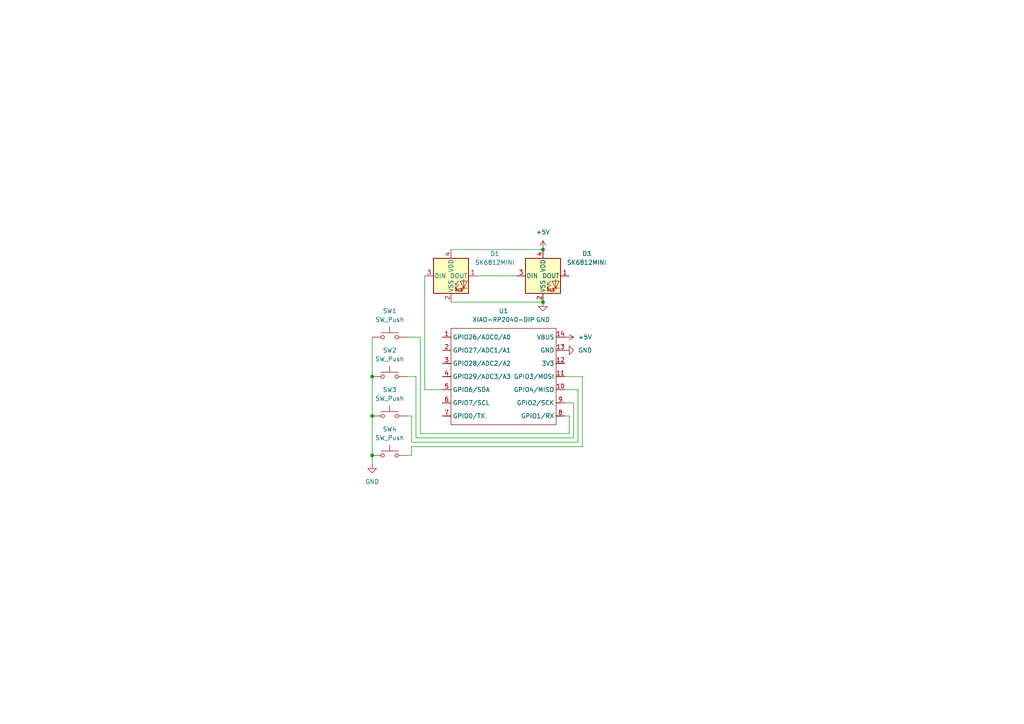
<source format=kicad_sch>
(kicad_sch
	(version 20250114)
	(generator "eeschema")
	(generator_version "9.0")
	(uuid "5973f146-65a1-49a7-9d2f-541db4258042")
	(paper "A4")
	(lib_symbols
		(symbol "LED:SK6812MINI"
			(pin_names
				(offset 0.254)
			)
			(exclude_from_sim no)
			(in_bom yes)
			(on_board yes)
			(property "Reference" "D"
				(at 5.08 5.715 0)
				(effects
					(font
						(size 1.27 1.27)
					)
					(justify right bottom)
				)
			)
			(property "Value" "SK6812MINI"
				(at 1.27 -5.715 0)
				(effects
					(font
						(size 1.27 1.27)
					)
					(justify left top)
				)
			)
			(property "Footprint" "LED_SMD:LED_SK6812MINI_PLCC4_3.5x3.5mm_P1.75mm"
				(at 1.27 -7.62 0)
				(effects
					(font
						(size 1.27 1.27)
					)
					(justify left top)
					(hide yes)
				)
			)
			(property "Datasheet" "https://cdn-shop.adafruit.com/product-files/2686/SK6812MINI_REV.01-1-2.pdf"
				(at 2.54 -9.525 0)
				(effects
					(font
						(size 1.27 1.27)
					)
					(justify left top)
					(hide yes)
				)
			)
			(property "Description" "RGB LED with integrated controller"
				(at 0 0 0)
				(effects
					(font
						(size 1.27 1.27)
					)
					(hide yes)
				)
			)
			(property "ki_keywords" "RGB LED NeoPixel Mini addressable"
				(at 0 0 0)
				(effects
					(font
						(size 1.27 1.27)
					)
					(hide yes)
				)
			)
			(property "ki_fp_filters" "LED*SK6812MINI*PLCC*3.5x3.5mm*P1.75mm*"
				(at 0 0 0)
				(effects
					(font
						(size 1.27 1.27)
					)
					(hide yes)
				)
			)
			(symbol "SK6812MINI_0_0"
				(text "RGB"
					(at 2.286 -4.191 0)
					(effects
						(font
							(size 0.762 0.762)
						)
					)
				)
			)
			(symbol "SK6812MINI_0_1"
				(polyline
					(pts
						(xy 1.27 -2.54) (xy 1.778 -2.54)
					)
					(stroke
						(width 0)
						(type default)
					)
					(fill
						(type none)
					)
				)
				(polyline
					(pts
						(xy 1.27 -3.556) (xy 1.778 -3.556)
					)
					(stroke
						(width 0)
						(type default)
					)
					(fill
						(type none)
					)
				)
				(polyline
					(pts
						(xy 2.286 -1.524) (xy 1.27 -2.54) (xy 1.27 -2.032)
					)
					(stroke
						(width 0)
						(type default)
					)
					(fill
						(type none)
					)
				)
				(polyline
					(pts
						(xy 2.286 -2.54) (xy 1.27 -3.556) (xy 1.27 -3.048)
					)
					(stroke
						(width 0)
						(type default)
					)
					(fill
						(type none)
					)
				)
				(polyline
					(pts
						(xy 3.683 -1.016) (xy 3.683 -3.556) (xy 3.683 -4.064)
					)
					(stroke
						(width 0)
						(type default)
					)
					(fill
						(type none)
					)
				)
				(polyline
					(pts
						(xy 4.699 -1.524) (xy 2.667 -1.524) (xy 3.683 -3.556) (xy 4.699 -1.524)
					)
					(stroke
						(width 0)
						(type default)
					)
					(fill
						(type none)
					)
				)
				(polyline
					(pts
						(xy 4.699 -3.556) (xy 2.667 -3.556)
					)
					(stroke
						(width 0)
						(type default)
					)
					(fill
						(type none)
					)
				)
				(rectangle
					(start 5.08 5.08)
					(end -5.08 -5.08)
					(stroke
						(width 0.254)
						(type default)
					)
					(fill
						(type background)
					)
				)
			)
			(symbol "SK6812MINI_1_1"
				(pin input line
					(at -7.62 0 0)
					(length 2.54)
					(name "DIN"
						(effects
							(font
								(size 1.27 1.27)
							)
						)
					)
					(number "3"
						(effects
							(font
								(size 1.27 1.27)
							)
						)
					)
				)
				(pin power_in line
					(at 0 7.62 270)
					(length 2.54)
					(name "VDD"
						(effects
							(font
								(size 1.27 1.27)
							)
						)
					)
					(number "4"
						(effects
							(font
								(size 1.27 1.27)
							)
						)
					)
				)
				(pin power_in line
					(at 0 -7.62 90)
					(length 2.54)
					(name "VSS"
						(effects
							(font
								(size 1.27 1.27)
							)
						)
					)
					(number "2"
						(effects
							(font
								(size 1.27 1.27)
							)
						)
					)
				)
				(pin output line
					(at 7.62 0 180)
					(length 2.54)
					(name "DOUT"
						(effects
							(font
								(size 1.27 1.27)
							)
						)
					)
					(number "1"
						(effects
							(font
								(size 1.27 1.27)
							)
						)
					)
				)
			)
			(embedded_fonts no)
		)
		(symbol "OPL:XIAO-RP2040-DIP"
			(exclude_from_sim no)
			(in_bom yes)
			(on_board yes)
			(property "Reference" "U"
				(at 0 0 0)
				(effects
					(font
						(size 1.27 1.27)
					)
				)
			)
			(property "Value" "XIAO-RP2040-DIP"
				(at 5.334 -1.778 0)
				(effects
					(font
						(size 1.27 1.27)
					)
				)
			)
			(property "Footprint" "Module:MOUDLE14P-XIAO-DIP-SMD"
				(at 14.478 -32.258 0)
				(effects
					(font
						(size 1.27 1.27)
					)
					(hide yes)
				)
			)
			(property "Datasheet" ""
				(at 0 0 0)
				(effects
					(font
						(size 1.27 1.27)
					)
					(hide yes)
				)
			)
			(property "Description" ""
				(at 0 0 0)
				(effects
					(font
						(size 1.27 1.27)
					)
					(hide yes)
				)
			)
			(symbol "XIAO-RP2040-DIP_1_0"
				(polyline
					(pts
						(xy -1.27 -2.54) (xy 29.21 -2.54)
					)
					(stroke
						(width 0.1524)
						(type solid)
					)
					(fill
						(type none)
					)
				)
				(polyline
					(pts
						(xy -1.27 -5.08) (xy -2.54 -5.08)
					)
					(stroke
						(width 0.1524)
						(type solid)
					)
					(fill
						(type none)
					)
				)
				(polyline
					(pts
						(xy -1.27 -5.08) (xy -1.27 -2.54)
					)
					(stroke
						(width 0.1524)
						(type solid)
					)
					(fill
						(type none)
					)
				)
				(polyline
					(pts
						(xy -1.27 -8.89) (xy -2.54 -8.89)
					)
					(stroke
						(width 0.1524)
						(type solid)
					)
					(fill
						(type none)
					)
				)
				(polyline
					(pts
						(xy -1.27 -8.89) (xy -1.27 -5.08)
					)
					(stroke
						(width 0.1524)
						(type solid)
					)
					(fill
						(type none)
					)
				)
				(polyline
					(pts
						(xy -1.27 -12.7) (xy -2.54 -12.7)
					)
					(stroke
						(width 0.1524)
						(type solid)
					)
					(fill
						(type none)
					)
				)
				(polyline
					(pts
						(xy -1.27 -12.7) (xy -1.27 -8.89)
					)
					(stroke
						(width 0.1524)
						(type solid)
					)
					(fill
						(type none)
					)
				)
				(polyline
					(pts
						(xy -1.27 -16.51) (xy -2.54 -16.51)
					)
					(stroke
						(width 0.1524)
						(type solid)
					)
					(fill
						(type none)
					)
				)
				(polyline
					(pts
						(xy -1.27 -16.51) (xy -1.27 -12.7)
					)
					(stroke
						(width 0.1524)
						(type solid)
					)
					(fill
						(type none)
					)
				)
				(polyline
					(pts
						(xy -1.27 -20.32) (xy -2.54 -20.32)
					)
					(stroke
						(width 0.1524)
						(type solid)
					)
					(fill
						(type none)
					)
				)
				(polyline
					(pts
						(xy -1.27 -24.13) (xy -2.54 -24.13)
					)
					(stroke
						(width 0.1524)
						(type solid)
					)
					(fill
						(type none)
					)
				)
				(polyline
					(pts
						(xy -1.27 -27.94) (xy -2.54 -27.94)
					)
					(stroke
						(width 0.1524)
						(type solid)
					)
					(fill
						(type none)
					)
				)
				(polyline
					(pts
						(xy -1.27 -30.48) (xy -1.27 -16.51)
					)
					(stroke
						(width 0.1524)
						(type solid)
					)
					(fill
						(type none)
					)
				)
				(polyline
					(pts
						(xy 29.21 -2.54) (xy 29.21 -5.08)
					)
					(stroke
						(width 0.1524)
						(type solid)
					)
					(fill
						(type none)
					)
				)
				(polyline
					(pts
						(xy 29.21 -5.08) (xy 29.21 -8.89)
					)
					(stroke
						(width 0.1524)
						(type solid)
					)
					(fill
						(type none)
					)
				)
				(polyline
					(pts
						(xy 29.21 -8.89) (xy 29.21 -12.7)
					)
					(stroke
						(width 0.1524)
						(type solid)
					)
					(fill
						(type none)
					)
				)
				(polyline
					(pts
						(xy 29.21 -12.7) (xy 29.21 -30.48)
					)
					(stroke
						(width 0.1524)
						(type solid)
					)
					(fill
						(type none)
					)
				)
				(polyline
					(pts
						(xy 29.21 -30.48) (xy -1.27 -30.48)
					)
					(stroke
						(width 0.1524)
						(type solid)
					)
					(fill
						(type none)
					)
				)
				(polyline
					(pts
						(xy 30.48 -5.08) (xy 29.21 -5.08)
					)
					(stroke
						(width 0.1524)
						(type solid)
					)
					(fill
						(type none)
					)
				)
				(polyline
					(pts
						(xy 30.48 -8.89) (xy 29.21 -8.89)
					)
					(stroke
						(width 0.1524)
						(type solid)
					)
					(fill
						(type none)
					)
				)
				(polyline
					(pts
						(xy 30.48 -12.7) (xy 29.21 -12.7)
					)
					(stroke
						(width 0.1524)
						(type solid)
					)
					(fill
						(type none)
					)
				)
				(polyline
					(pts
						(xy 30.48 -16.51) (xy 29.21 -16.51)
					)
					(stroke
						(width 0.1524)
						(type solid)
					)
					(fill
						(type none)
					)
				)
				(polyline
					(pts
						(xy 30.48 -20.32) (xy 29.21 -20.32)
					)
					(stroke
						(width 0.1524)
						(type solid)
					)
					(fill
						(type none)
					)
				)
				(polyline
					(pts
						(xy 30.48 -24.13) (xy 29.21 -24.13)
					)
					(stroke
						(width 0.1524)
						(type solid)
					)
					(fill
						(type none)
					)
				)
				(polyline
					(pts
						(xy 30.48 -27.94) (xy 29.21 -27.94)
					)
					(stroke
						(width 0.1524)
						(type solid)
					)
					(fill
						(type none)
					)
				)
				(pin passive line
					(at -3.81 -5.08 0)
					(length 2.54)
					(name "GPIO26/ADC0/A0"
						(effects
							(font
								(size 1.27 1.27)
							)
						)
					)
					(number "1"
						(effects
							(font
								(size 1.27 1.27)
							)
						)
					)
				)
				(pin passive line
					(at -3.81 -8.89 0)
					(length 2.54)
					(name "GPIO27/ADC1/A1"
						(effects
							(font
								(size 1.27 1.27)
							)
						)
					)
					(number "2"
						(effects
							(font
								(size 1.27 1.27)
							)
						)
					)
				)
				(pin passive line
					(at -3.81 -12.7 0)
					(length 2.54)
					(name "GPIO28/ADC2/A2"
						(effects
							(font
								(size 1.27 1.27)
							)
						)
					)
					(number "3"
						(effects
							(font
								(size 1.27 1.27)
							)
						)
					)
				)
				(pin passive line
					(at -3.81 -16.51 0)
					(length 2.54)
					(name "GPIO29/ADC3/A3"
						(effects
							(font
								(size 1.27 1.27)
							)
						)
					)
					(number "4"
						(effects
							(font
								(size 1.27 1.27)
							)
						)
					)
				)
				(pin passive line
					(at -3.81 -20.32 0)
					(length 2.54)
					(name "GPIO6/SDA"
						(effects
							(font
								(size 1.27 1.27)
							)
						)
					)
					(number "5"
						(effects
							(font
								(size 1.27 1.27)
							)
						)
					)
				)
				(pin passive line
					(at -3.81 -24.13 0)
					(length 2.54)
					(name "GPIO7/SCL"
						(effects
							(font
								(size 1.27 1.27)
							)
						)
					)
					(number "6"
						(effects
							(font
								(size 1.27 1.27)
							)
						)
					)
				)
				(pin passive line
					(at -3.81 -27.94 0)
					(length 2.54)
					(name "GPIO0/TX"
						(effects
							(font
								(size 1.27 1.27)
							)
						)
					)
					(number "7"
						(effects
							(font
								(size 1.27 1.27)
							)
						)
					)
				)
				(pin passive line
					(at 31.75 -5.08 180)
					(length 2.54)
					(name "VBUS"
						(effects
							(font
								(size 1.27 1.27)
							)
						)
					)
					(number "14"
						(effects
							(font
								(size 1.27 1.27)
							)
						)
					)
				)
				(pin passive line
					(at 31.75 -8.89 180)
					(length 2.54)
					(name "GND"
						(effects
							(font
								(size 1.27 1.27)
							)
						)
					)
					(number "13"
						(effects
							(font
								(size 1.27 1.27)
							)
						)
					)
				)
				(pin passive line
					(at 31.75 -12.7 180)
					(length 2.54)
					(name "3V3"
						(effects
							(font
								(size 1.27 1.27)
							)
						)
					)
					(number "12"
						(effects
							(font
								(size 1.27 1.27)
							)
						)
					)
				)
				(pin passive line
					(at 31.75 -16.51 180)
					(length 2.54)
					(name "GPIO3/MOSI"
						(effects
							(font
								(size 1.27 1.27)
							)
						)
					)
					(number "11"
						(effects
							(font
								(size 1.27 1.27)
							)
						)
					)
				)
				(pin passive line
					(at 31.75 -20.32 180)
					(length 2.54)
					(name "GPIO4/MISO"
						(effects
							(font
								(size 1.27 1.27)
							)
						)
					)
					(number "10"
						(effects
							(font
								(size 1.27 1.27)
							)
						)
					)
				)
				(pin passive line
					(at 31.75 -24.13 180)
					(length 2.54)
					(name "GPIO2/SCK"
						(effects
							(font
								(size 1.27 1.27)
							)
						)
					)
					(number "9"
						(effects
							(font
								(size 1.27 1.27)
							)
						)
					)
				)
				(pin passive line
					(at 31.75 -27.94 180)
					(length 2.54)
					(name "GPIO1/RX"
						(effects
							(font
								(size 1.27 1.27)
							)
						)
					)
					(number "8"
						(effects
							(font
								(size 1.27 1.27)
							)
						)
					)
				)
			)
			(embedded_fonts no)
		)
		(symbol "Switch:SW_Push"
			(pin_numbers
				(hide yes)
			)
			(pin_names
				(offset 1.016)
				(hide yes)
			)
			(exclude_from_sim no)
			(in_bom yes)
			(on_board yes)
			(property "Reference" "SW"
				(at 1.27 2.54 0)
				(effects
					(font
						(size 1.27 1.27)
					)
					(justify left)
				)
			)
			(property "Value" "SW_Push"
				(at 0 -1.524 0)
				(effects
					(font
						(size 1.27 1.27)
					)
				)
			)
			(property "Footprint" ""
				(at 0 5.08 0)
				(effects
					(font
						(size 1.27 1.27)
					)
					(hide yes)
				)
			)
			(property "Datasheet" "~"
				(at 0 5.08 0)
				(effects
					(font
						(size 1.27 1.27)
					)
					(hide yes)
				)
			)
			(property "Description" "Push button switch, generic, two pins"
				(at 0 0 0)
				(effects
					(font
						(size 1.27 1.27)
					)
					(hide yes)
				)
			)
			(property "ki_keywords" "switch normally-open pushbutton push-button"
				(at 0 0 0)
				(effects
					(font
						(size 1.27 1.27)
					)
					(hide yes)
				)
			)
			(symbol "SW_Push_0_1"
				(circle
					(center -2.032 0)
					(radius 0.508)
					(stroke
						(width 0)
						(type default)
					)
					(fill
						(type none)
					)
				)
				(polyline
					(pts
						(xy 0 1.27) (xy 0 3.048)
					)
					(stroke
						(width 0)
						(type default)
					)
					(fill
						(type none)
					)
				)
				(circle
					(center 2.032 0)
					(radius 0.508)
					(stroke
						(width 0)
						(type default)
					)
					(fill
						(type none)
					)
				)
				(polyline
					(pts
						(xy 2.54 1.27) (xy -2.54 1.27)
					)
					(stroke
						(width 0)
						(type default)
					)
					(fill
						(type none)
					)
				)
				(pin passive line
					(at -5.08 0 0)
					(length 2.54)
					(name "1"
						(effects
							(font
								(size 1.27 1.27)
							)
						)
					)
					(number "1"
						(effects
							(font
								(size 1.27 1.27)
							)
						)
					)
				)
				(pin passive line
					(at 5.08 0 180)
					(length 2.54)
					(name "2"
						(effects
							(font
								(size 1.27 1.27)
							)
						)
					)
					(number "2"
						(effects
							(font
								(size 1.27 1.27)
							)
						)
					)
				)
			)
			(embedded_fonts no)
		)
		(symbol "power:+5V"
			(power)
			(pin_numbers
				(hide yes)
			)
			(pin_names
				(offset 0)
				(hide yes)
			)
			(exclude_from_sim no)
			(in_bom yes)
			(on_board yes)
			(property "Reference" "#PWR"
				(at 0 -3.81 0)
				(effects
					(font
						(size 1.27 1.27)
					)
					(hide yes)
				)
			)
			(property "Value" "+5V"
				(at 0 3.556 0)
				(effects
					(font
						(size 1.27 1.27)
					)
				)
			)
			(property "Footprint" ""
				(at 0 0 0)
				(effects
					(font
						(size 1.27 1.27)
					)
					(hide yes)
				)
			)
			(property "Datasheet" ""
				(at 0 0 0)
				(effects
					(font
						(size 1.27 1.27)
					)
					(hide yes)
				)
			)
			(property "Description" "Power symbol creates a global label with name \"+5V\""
				(at 0 0 0)
				(effects
					(font
						(size 1.27 1.27)
					)
					(hide yes)
				)
			)
			(property "ki_keywords" "global power"
				(at 0 0 0)
				(effects
					(font
						(size 1.27 1.27)
					)
					(hide yes)
				)
			)
			(symbol "+5V_0_1"
				(polyline
					(pts
						(xy -0.762 1.27) (xy 0 2.54)
					)
					(stroke
						(width 0)
						(type default)
					)
					(fill
						(type none)
					)
				)
				(polyline
					(pts
						(xy 0 2.54) (xy 0.762 1.27)
					)
					(stroke
						(width 0)
						(type default)
					)
					(fill
						(type none)
					)
				)
				(polyline
					(pts
						(xy 0 0) (xy 0 2.54)
					)
					(stroke
						(width 0)
						(type default)
					)
					(fill
						(type none)
					)
				)
			)
			(symbol "+5V_1_1"
				(pin power_in line
					(at 0 0 90)
					(length 0)
					(name "~"
						(effects
							(font
								(size 1.27 1.27)
							)
						)
					)
					(number "1"
						(effects
							(font
								(size 1.27 1.27)
							)
						)
					)
				)
			)
			(embedded_fonts no)
		)
		(symbol "power:GND"
			(power)
			(pin_numbers
				(hide yes)
			)
			(pin_names
				(offset 0)
				(hide yes)
			)
			(exclude_from_sim no)
			(in_bom yes)
			(on_board yes)
			(property "Reference" "#PWR"
				(at 0 -6.35 0)
				(effects
					(font
						(size 1.27 1.27)
					)
					(hide yes)
				)
			)
			(property "Value" "GND"
				(at 0 -3.81 0)
				(effects
					(font
						(size 1.27 1.27)
					)
				)
			)
			(property "Footprint" ""
				(at 0 0 0)
				(effects
					(font
						(size 1.27 1.27)
					)
					(hide yes)
				)
			)
			(property "Datasheet" ""
				(at 0 0 0)
				(effects
					(font
						(size 1.27 1.27)
					)
					(hide yes)
				)
			)
			(property "Description" "Power symbol creates a global label with name \"GND\" , ground"
				(at 0 0 0)
				(effects
					(font
						(size 1.27 1.27)
					)
					(hide yes)
				)
			)
			(property "ki_keywords" "global power"
				(at 0 0 0)
				(effects
					(font
						(size 1.27 1.27)
					)
					(hide yes)
				)
			)
			(symbol "GND_0_1"
				(polyline
					(pts
						(xy 0 0) (xy 0 -1.27) (xy 1.27 -1.27) (xy 0 -2.54) (xy -1.27 -1.27) (xy 0 -1.27)
					)
					(stroke
						(width 0)
						(type default)
					)
					(fill
						(type none)
					)
				)
			)
			(symbol "GND_1_1"
				(pin power_in line
					(at 0 0 270)
					(length 0)
					(name "~"
						(effects
							(font
								(size 1.27 1.27)
							)
						)
					)
					(number "1"
						(effects
							(font
								(size 1.27 1.27)
							)
						)
					)
				)
			)
			(embedded_fonts no)
		)
	)
	(junction
		(at 157.48 87.63)
		(diameter 0)
		(color 0 0 0 0)
		(uuid "1a7856f2-7332-4972-9fc1-470f6e96c413")
	)
	(junction
		(at 107.95 109.22)
		(diameter 0)
		(color 0 0 0 0)
		(uuid "3f964b77-eabb-4a43-86f9-a80a0f49ab8a")
	)
	(junction
		(at 157.48 72.39)
		(diameter 0)
		(color 0 0 0 0)
		(uuid "5825e55a-5c8a-4bb3-a63f-5e75084131ad")
	)
	(junction
		(at 107.95 132.08)
		(diameter 0)
		(color 0 0 0 0)
		(uuid "b2cda06e-b159-455e-bf94-2c98e3520d35")
	)
	(junction
		(at 107.95 120.65)
		(diameter 0)
		(color 0 0 0 0)
		(uuid "ca526410-7195-4810-9117-8c78bf33a93c")
	)
	(wire
		(pts
			(xy 118.11 97.79) (xy 121.92 97.79)
		)
		(stroke
			(width 0)
			(type default)
		)
		(uuid "017286d2-1709-49d5-8bba-264583504420")
	)
	(wire
		(pts
			(xy 167.64 128.27) (xy 119.38 128.27)
		)
		(stroke
			(width 0)
			(type default)
		)
		(uuid "18897929-c957-41ab-993d-d49ac8d60686")
	)
	(wire
		(pts
			(xy 123.19 80.01) (xy 123.19 113.03)
		)
		(stroke
			(width 0)
			(type default)
		)
		(uuid "1978112e-ad9a-4f03-a880-c1d176490b43")
	)
	(wire
		(pts
			(xy 119.38 132.08) (xy 118.11 132.08)
		)
		(stroke
			(width 0)
			(type default)
		)
		(uuid "215ca878-b648-430a-b20c-71860b547b65")
	)
	(wire
		(pts
			(xy 120.65 127) (xy 120.65 109.22)
		)
		(stroke
			(width 0)
			(type default)
		)
		(uuid "24f9942a-4fa9-4305-a955-cc6960e2df85")
	)
	(wire
		(pts
			(xy 165.1 125.73) (xy 121.92 125.73)
		)
		(stroke
			(width 0)
			(type default)
		)
		(uuid "28682653-94d0-4306-b0b7-e214c12e040e")
	)
	(wire
		(pts
			(xy 119.38 128.27) (xy 119.38 120.65)
		)
		(stroke
			(width 0)
			(type default)
		)
		(uuid "2cf84cbb-d55a-429b-aa6f-5f2891f166c5")
	)
	(wire
		(pts
			(xy 107.95 120.65) (xy 107.95 132.08)
		)
		(stroke
			(width 0)
			(type default)
		)
		(uuid "2f5cb5d6-238f-47f5-af60-372e4f4341a0")
	)
	(wire
		(pts
			(xy 107.95 132.08) (xy 107.95 134.62)
		)
		(stroke
			(width 0)
			(type default)
		)
		(uuid "328c5bf4-37fe-44b4-af0a-831949aecd00")
	)
	(wire
		(pts
			(xy 163.83 116.84) (xy 166.37 116.84)
		)
		(stroke
			(width 0)
			(type default)
		)
		(uuid "345352d5-b21c-414e-a2a9-c33b01cbca77")
	)
	(wire
		(pts
			(xy 163.83 113.03) (xy 167.64 113.03)
		)
		(stroke
			(width 0)
			(type default)
		)
		(uuid "5c9dd0aa-b83b-4add-82c9-86554da07f17")
	)
	(wire
		(pts
			(xy 107.95 97.79) (xy 107.95 109.22)
		)
		(stroke
			(width 0)
			(type default)
		)
		(uuid "6cce99ea-caad-42da-a36d-e5cc9d07a8ac")
	)
	(wire
		(pts
			(xy 118.11 109.22) (xy 120.65 109.22)
		)
		(stroke
			(width 0)
			(type default)
		)
		(uuid "722f49ca-120f-48a0-ba8d-a700cf2f0931")
	)
	(wire
		(pts
			(xy 121.92 125.73) (xy 121.92 97.79)
		)
		(stroke
			(width 0)
			(type default)
		)
		(uuid "832ec839-6288-400c-8615-e01711e261ce")
	)
	(wire
		(pts
			(xy 165.1 120.65) (xy 165.1 125.73)
		)
		(stroke
			(width 0)
			(type default)
		)
		(uuid "87ddba79-1031-4007-83d7-bec10311d1b7")
	)
	(wire
		(pts
			(xy 138.43 80.01) (xy 149.86 80.01)
		)
		(stroke
			(width 0)
			(type default)
		)
		(uuid "98c69c27-d5ef-4101-a7fd-89bd75952f13")
	)
	(wire
		(pts
			(xy 168.91 109.22) (xy 168.91 129.54)
		)
		(stroke
			(width 0)
			(type default)
		)
		(uuid "99a02885-9815-4fa1-848f-ea0d8398c4c4")
	)
	(wire
		(pts
			(xy 166.37 127) (xy 120.65 127)
		)
		(stroke
			(width 0)
			(type default)
		)
		(uuid "ac41bf34-ca88-4861-b08b-e71d23eff2b2")
	)
	(wire
		(pts
			(xy 119.38 120.65) (xy 118.11 120.65)
		)
		(stroke
			(width 0)
			(type default)
		)
		(uuid "b0feac23-f1ab-4239-9fff-32f0f81d9f45")
	)
	(wire
		(pts
			(xy 130.81 87.63) (xy 157.48 87.63)
		)
		(stroke
			(width 0)
			(type default)
		)
		(uuid "b1ae40e5-4bde-4b4b-9c44-19c75ae254f3")
	)
	(wire
		(pts
			(xy 163.83 120.65) (xy 165.1 120.65)
		)
		(stroke
			(width 0)
			(type default)
		)
		(uuid "bd4fb86f-02fc-46ba-adae-8b36365c27ed")
	)
	(wire
		(pts
			(xy 168.91 129.54) (xy 119.38 129.54)
		)
		(stroke
			(width 0)
			(type default)
		)
		(uuid "c2f453d6-c3e1-4661-8d61-8198f10f5993")
	)
	(wire
		(pts
			(xy 163.83 109.22) (xy 168.91 109.22)
		)
		(stroke
			(width 0)
			(type default)
		)
		(uuid "cfb84e86-ba64-4566-bbc6-f76147f6a161")
	)
	(wire
		(pts
			(xy 166.37 116.84) (xy 166.37 127)
		)
		(stroke
			(width 0)
			(type default)
		)
		(uuid "e1667a43-188c-4aba-b3dd-0bd6a542aa35")
	)
	(wire
		(pts
			(xy 130.81 72.39) (xy 157.48 72.39)
		)
		(stroke
			(width 0)
			(type default)
		)
		(uuid "eb35e20f-98cf-45d7-b556-43769133b248")
	)
	(wire
		(pts
			(xy 123.19 113.03) (xy 128.27 113.03)
		)
		(stroke
			(width 0)
			(type default)
		)
		(uuid "ec29cc2e-38a3-4288-906a-af3208213067")
	)
	(wire
		(pts
			(xy 119.38 129.54) (xy 119.38 132.08)
		)
		(stroke
			(width 0)
			(type default)
		)
		(uuid "ecf0f8b1-c7af-494f-a772-772e4b34ae6f")
	)
	(wire
		(pts
			(xy 167.64 113.03) (xy 167.64 128.27)
		)
		(stroke
			(width 0)
			(type default)
		)
		(uuid "ede0dcb9-6aad-4edc-802b-850cd106361d")
	)
	(wire
		(pts
			(xy 107.95 109.22) (xy 107.95 120.65)
		)
		(stroke
			(width 0)
			(type default)
		)
		(uuid "eefd3a22-ed17-4fc8-a88e-fac513288844")
	)
	(symbol
		(lib_id "Switch:SW_Push")
		(at 113.03 97.79 0)
		(unit 1)
		(exclude_from_sim no)
		(in_bom yes)
		(on_board yes)
		(dnp no)
		(fields_autoplaced yes)
		(uuid "041404ea-248b-4601-bf34-049685af67da")
		(property "Reference" "SW1"
			(at 113.03 90.17 0)
			(effects
				(font
					(size 1.27 1.27)
				)
			)
		)
		(property "Value" "SW_Push"
			(at 113.03 92.71 0)
			(effects
				(font
					(size 1.27 1.27)
				)
			)
		)
		(property "Footprint" "Button_Switch_Keyboard:SW_Cherry_MX_1.00u_PCB"
			(at 113.03 92.71 0)
			(effects
				(font
					(size 1.27 1.27)
				)
				(hide yes)
			)
		)
		(property "Datasheet" "~"
			(at 113.03 92.71 0)
			(effects
				(font
					(size 1.27 1.27)
				)
				(hide yes)
			)
		)
		(property "Description" "Push button switch, generic, two pins"
			(at 113.03 97.79 0)
			(effects
				(font
					(size 1.27 1.27)
				)
				(hide yes)
			)
		)
		(pin "1"
			(uuid "e05f473f-69f3-4df5-8e22-4d38fe6db6b5")
		)
		(pin "2"
			(uuid "a92d49e5-b551-4505-8969-048a849818e9")
		)
		(instances
			(project ""
				(path "/5973f146-65a1-49a7-9d2f-541db4258042"
					(reference "SW1")
					(unit 1)
				)
			)
		)
	)
	(symbol
		(lib_id "power:+5V")
		(at 157.48 72.39 0)
		(unit 1)
		(exclude_from_sim no)
		(in_bom yes)
		(on_board yes)
		(dnp no)
		(fields_autoplaced yes)
		(uuid "17d65623-5ab6-4c74-b245-a8f96553b74a")
		(property "Reference" "#PWR04"
			(at 157.48 76.2 0)
			(effects
				(font
					(size 1.27 1.27)
				)
				(hide yes)
			)
		)
		(property "Value" "+5V"
			(at 157.48 67.31 0)
			(effects
				(font
					(size 1.27 1.27)
				)
			)
		)
		(property "Footprint" ""
			(at 157.48 72.39 0)
			(effects
				(font
					(size 1.27 1.27)
				)
				(hide yes)
			)
		)
		(property "Datasheet" ""
			(at 157.48 72.39 0)
			(effects
				(font
					(size 1.27 1.27)
				)
				(hide yes)
			)
		)
		(property "Description" "Power symbol creates a global label with name \"+5V\""
			(at 157.48 72.39 0)
			(effects
				(font
					(size 1.27 1.27)
				)
				(hide yes)
			)
		)
		(pin "1"
			(uuid "c61a5694-967d-46de-9dcd-ff6322a74577")
		)
		(instances
			(project ""
				(path "/5973f146-65a1-49a7-9d2f-541db4258042"
					(reference "#PWR04")
					(unit 1)
				)
			)
		)
	)
	(symbol
		(lib_id "Switch:SW_Push")
		(at 113.03 120.65 0)
		(unit 1)
		(exclude_from_sim no)
		(in_bom yes)
		(on_board yes)
		(dnp no)
		(fields_autoplaced yes)
		(uuid "3161b2fe-956e-4d52-a44a-1bcba0c88a93")
		(property "Reference" "SW3"
			(at 113.03 113.03 0)
			(effects
				(font
					(size 1.27 1.27)
				)
			)
		)
		(property "Value" "SW_Push"
			(at 113.03 115.57 0)
			(effects
				(font
					(size 1.27 1.27)
				)
			)
		)
		(property "Footprint" "Button_Switch_Keyboard:SW_Cherry_MX_1.00u_PCB"
			(at 113.03 115.57 0)
			(effects
				(font
					(size 1.27 1.27)
				)
				(hide yes)
			)
		)
		(property "Datasheet" "~"
			(at 113.03 115.57 0)
			(effects
				(font
					(size 1.27 1.27)
				)
				(hide yes)
			)
		)
		(property "Description" "Push button switch, generic, two pins"
			(at 113.03 120.65 0)
			(effects
				(font
					(size 1.27 1.27)
				)
				(hide yes)
			)
		)
		(pin "2"
			(uuid "7f4e3d57-0fcf-4b71-ac7b-bca216e6470e")
		)
		(pin "1"
			(uuid "4fe5ddb0-4114-4b05-818d-e9a65977c172")
		)
		(instances
			(project ""
				(path "/5973f146-65a1-49a7-9d2f-541db4258042"
					(reference "SW3")
					(unit 1)
				)
			)
		)
	)
	(symbol
		(lib_id "power:+5V")
		(at 163.83 97.79 270)
		(unit 1)
		(exclude_from_sim no)
		(in_bom yes)
		(on_board yes)
		(dnp no)
		(fields_autoplaced yes)
		(uuid "37c1c6a5-7a83-44fe-ac2b-97244b58fa57")
		(property "Reference" "#PWR05"
			(at 160.02 97.79 0)
			(effects
				(font
					(size 1.27 1.27)
				)
				(hide yes)
			)
		)
		(property "Value" "+5V"
			(at 167.64 97.7899 90)
			(effects
				(font
					(size 1.27 1.27)
				)
				(justify left)
			)
		)
		(property "Footprint" ""
			(at 163.83 97.79 0)
			(effects
				(font
					(size 1.27 1.27)
				)
				(hide yes)
			)
		)
		(property "Datasheet" ""
			(at 163.83 97.79 0)
			(effects
				(font
					(size 1.27 1.27)
				)
				(hide yes)
			)
		)
		(property "Description" "Power symbol creates a global label with name \"+5V\""
			(at 163.83 97.79 0)
			(effects
				(font
					(size 1.27 1.27)
				)
				(hide yes)
			)
		)
		(pin "1"
			(uuid "98bac061-d565-4241-a1d6-7568e57b3b15")
		)
		(instances
			(project ""
				(path "/5973f146-65a1-49a7-9d2f-541db4258042"
					(reference "#PWR05")
					(unit 1)
				)
			)
		)
	)
	(symbol
		(lib_id "OPL:XIAO-RP2040-DIP")
		(at 132.08 92.71 0)
		(unit 1)
		(exclude_from_sim no)
		(in_bom yes)
		(on_board yes)
		(dnp no)
		(fields_autoplaced yes)
		(uuid "616c9ebe-d425-47ea-9d25-02caccd48a57")
		(property "Reference" "U1"
			(at 146.05 90.17 0)
			(effects
				(font
					(size 1.27 1.27)
				)
			)
		)
		(property "Value" "XIAO-RP2040-DIP"
			(at 146.05 92.71 0)
			(effects
				(font
					(size 1.27 1.27)
				)
			)
		)
		(property "Footprint" "OPL:XIAO-RP2040-DIP"
			(at 146.558 124.968 0)
			(effects
				(font
					(size 1.27 1.27)
				)
				(hide yes)
			)
		)
		(property "Datasheet" ""
			(at 132.08 92.71 0)
			(effects
				(font
					(size 1.27 1.27)
				)
				(hide yes)
			)
		)
		(property "Description" ""
			(at 132.08 92.71 0)
			(effects
				(font
					(size 1.27 1.27)
				)
				(hide yes)
			)
		)
		(pin "14"
			(uuid "21af6afe-2af6-46cb-b563-89ccfc2e02b1")
		)
		(pin "7"
			(uuid "b8fca7d5-6327-46e0-beb8-20971073146b")
		)
		(pin "11"
			(uuid "65b29d75-3f0d-470a-b1cb-97216b412253")
		)
		(pin "12"
			(uuid "d21a67ed-636c-4e7c-baa1-203ab9a7e787")
		)
		(pin "1"
			(uuid "7f8018c4-1f30-4536-b7bc-8509ac0914ac")
		)
		(pin "13"
			(uuid "b167ff32-61de-4182-9ec8-160fc5ead6b8")
		)
		(pin "10"
			(uuid "345a55ea-9190-4c4d-bac0-ad05f58d2af9")
		)
		(pin "9"
			(uuid "9fac4255-0931-4bfa-81dc-836274d72af5")
		)
		(pin "2"
			(uuid "f28e7c36-344b-4be5-9e19-5de0b2991c56")
		)
		(pin "3"
			(uuid "691bf3d8-9bd4-4772-93d2-9201ca7269e5")
		)
		(pin "4"
			(uuid "97727cf6-6718-4afa-93eb-a3224e6a1d31")
		)
		(pin "5"
			(uuid "71a2cb2d-91d4-455c-9889-c68c665b8f09")
		)
		(pin "6"
			(uuid "d64a43a1-20f2-4bf6-bf12-b34a5f4a869f")
		)
		(pin "8"
			(uuid "479a0571-2ca6-4276-80c7-15d9de6e8dce")
		)
		(instances
			(project ""
				(path "/5973f146-65a1-49a7-9d2f-541db4258042"
					(reference "U1")
					(unit 1)
				)
			)
		)
	)
	(symbol
		(lib_id "Switch:SW_Push")
		(at 113.03 132.08 0)
		(unit 1)
		(exclude_from_sim no)
		(in_bom yes)
		(on_board yes)
		(dnp no)
		(fields_autoplaced yes)
		(uuid "624f53c4-fda0-4e2f-ad57-4b7f164d0232")
		(property "Reference" "SW4"
			(at 113.03 124.46 0)
			(effects
				(font
					(size 1.27 1.27)
				)
			)
		)
		(property "Value" "SW_Push"
			(at 113.03 127 0)
			(effects
				(font
					(size 1.27 1.27)
				)
			)
		)
		(property "Footprint" "Button_Switch_Keyboard:SW_Cherry_MX_1.00u_PCB"
			(at 113.03 127 0)
			(effects
				(font
					(size 1.27 1.27)
				)
				(hide yes)
			)
		)
		(property "Datasheet" "~"
			(at 113.03 127 0)
			(effects
				(font
					(size 1.27 1.27)
				)
				(hide yes)
			)
		)
		(property "Description" "Push button switch, generic, two pins"
			(at 113.03 132.08 0)
			(effects
				(font
					(size 1.27 1.27)
				)
				(hide yes)
			)
		)
		(pin "1"
			(uuid "2393147c-d015-4164-8801-618c4411ab14")
		)
		(pin "2"
			(uuid "65be24d6-6087-454d-9763-a59ac61b7a2f")
		)
		(instances
			(project ""
				(path "/5973f146-65a1-49a7-9d2f-541db4258042"
					(reference "SW4")
					(unit 1)
				)
			)
		)
	)
	(symbol
		(lib_id "LED:SK6812MINI")
		(at 130.81 80.01 0)
		(unit 1)
		(exclude_from_sim no)
		(in_bom yes)
		(on_board yes)
		(dnp no)
		(fields_autoplaced yes)
		(uuid "64fc0909-5c32-4bc0-8cff-0069343c0c0f")
		(property "Reference" "D1"
			(at 143.51 73.5898 0)
			(effects
				(font
					(size 1.27 1.27)
				)
			)
		)
		(property "Value" "SK6812MINI"
			(at 143.51 76.1298 0)
			(effects
				(font
					(size 1.27 1.27)
				)
			)
		)
		(property "Footprint" "LED_SMD:LED_SK6812MINI_PLCC4_3.5x3.5mm_P1.75mm"
			(at 132.08 87.63 0)
			(effects
				(font
					(size 1.27 1.27)
				)
				(justify left top)
				(hide yes)
			)
		)
		(property "Datasheet" "https://cdn-shop.adafruit.com/product-files/2686/SK6812MINI_REV.01-1-2.pdf"
			(at 133.35 89.535 0)
			(effects
				(font
					(size 1.27 1.27)
				)
				(justify left top)
				(hide yes)
			)
		)
		(property "Description" "RGB LED with integrated controller"
			(at 130.81 80.01 0)
			(effects
				(font
					(size 1.27 1.27)
				)
				(hide yes)
			)
		)
		(pin "4"
			(uuid "a8523e40-be35-4b2f-914d-828ba558faf7")
		)
		(pin "2"
			(uuid "db9f7f35-b4da-400a-b29e-64a7530dbb65")
		)
		(pin "3"
			(uuid "2635cc05-2a69-4c9c-bbd1-340d91874039")
		)
		(pin "1"
			(uuid "9720b792-0ea4-448d-8bb8-e1b197730c9d")
		)
		(instances
			(project ""
				(path "/5973f146-65a1-49a7-9d2f-541db4258042"
					(reference "D1")
					(unit 1)
				)
			)
		)
	)
	(symbol
		(lib_id "Switch:SW_Push")
		(at 113.03 109.22 0)
		(unit 1)
		(exclude_from_sim no)
		(in_bom yes)
		(on_board yes)
		(dnp no)
		(fields_autoplaced yes)
		(uuid "704d7737-cfda-4d44-a951-0f2a46f3df57")
		(property "Reference" "SW2"
			(at 113.03 101.6 0)
			(effects
				(font
					(size 1.27 1.27)
				)
			)
		)
		(property "Value" "SW_Push"
			(at 113.03 104.14 0)
			(effects
				(font
					(size 1.27 1.27)
				)
			)
		)
		(property "Footprint" "Button_Switch_Keyboard:SW_Cherry_MX_1.00u_PCB"
			(at 113.03 104.14 0)
			(effects
				(font
					(size 1.27 1.27)
				)
				(hide yes)
			)
		)
		(property "Datasheet" "~"
			(at 113.03 104.14 0)
			(effects
				(font
					(size 1.27 1.27)
				)
				(hide yes)
			)
		)
		(property "Description" "Push button switch, generic, two pins"
			(at 113.03 109.22 0)
			(effects
				(font
					(size 1.27 1.27)
				)
				(hide yes)
			)
		)
		(pin "1"
			(uuid "04a7e58d-575e-479e-85b1-cb9f931158e4")
		)
		(pin "2"
			(uuid "7b53578d-8775-4428-a438-7c091eb67c69")
		)
		(instances
			(project ""
				(path "/5973f146-65a1-49a7-9d2f-541db4258042"
					(reference "SW2")
					(unit 1)
				)
			)
		)
	)
	(symbol
		(lib_id "power:GND")
		(at 107.95 134.62 0)
		(unit 1)
		(exclude_from_sim no)
		(in_bom yes)
		(on_board yes)
		(dnp no)
		(fields_autoplaced yes)
		(uuid "7c496305-415c-42ae-bc17-9ff578c02320")
		(property "Reference" "#PWR01"
			(at 107.95 140.97 0)
			(effects
				(font
					(size 1.27 1.27)
				)
				(hide yes)
			)
		)
		(property "Value" "GND"
			(at 107.95 139.7 0)
			(effects
				(font
					(size 1.27 1.27)
				)
			)
		)
		(property "Footprint" ""
			(at 107.95 134.62 0)
			(effects
				(font
					(size 1.27 1.27)
				)
				(hide yes)
			)
		)
		(property "Datasheet" ""
			(at 107.95 134.62 0)
			(effects
				(font
					(size 1.27 1.27)
				)
				(hide yes)
			)
		)
		(property "Description" "Power symbol creates a global label with name \"GND\" , ground"
			(at 107.95 134.62 0)
			(effects
				(font
					(size 1.27 1.27)
				)
				(hide yes)
			)
		)
		(pin "1"
			(uuid "47782f71-9898-4bf9-bdfd-6fd2fb604469")
		)
		(instances
			(project ""
				(path "/5973f146-65a1-49a7-9d2f-541db4258042"
					(reference "#PWR01")
					(unit 1)
				)
			)
		)
	)
	(symbol
		(lib_id "power:GND")
		(at 157.48 87.63 0)
		(unit 1)
		(exclude_from_sim no)
		(in_bom yes)
		(on_board yes)
		(dnp no)
		(fields_autoplaced yes)
		(uuid "b0ba1e14-64c2-406a-95d8-ba6710b07f77")
		(property "Reference" "#PWR03"
			(at 157.48 93.98 0)
			(effects
				(font
					(size 1.27 1.27)
				)
				(hide yes)
			)
		)
		(property "Value" "GND"
			(at 157.48 92.71 0)
			(effects
				(font
					(size 1.27 1.27)
				)
			)
		)
		(property "Footprint" ""
			(at 157.48 87.63 0)
			(effects
				(font
					(size 1.27 1.27)
				)
				(hide yes)
			)
		)
		(property "Datasheet" ""
			(at 157.48 87.63 0)
			(effects
				(font
					(size 1.27 1.27)
				)
				(hide yes)
			)
		)
		(property "Description" "Power symbol creates a global label with name \"GND\" , ground"
			(at 157.48 87.63 0)
			(effects
				(font
					(size 1.27 1.27)
				)
				(hide yes)
			)
		)
		(pin "1"
			(uuid "d54b383c-e01e-41e3-86a3-dfbbe4bb02d9")
		)
		(instances
			(project ""
				(path "/5973f146-65a1-49a7-9d2f-541db4258042"
					(reference "#PWR03")
					(unit 1)
				)
			)
		)
	)
	(symbol
		(lib_id "LED:SK6812MINI")
		(at 157.48 80.01 0)
		(unit 1)
		(exclude_from_sim no)
		(in_bom yes)
		(on_board yes)
		(dnp no)
		(fields_autoplaced yes)
		(uuid "cdea439f-b831-4748-bfdd-657f411b857c")
		(property "Reference" "D3"
			(at 170.18 73.5898 0)
			(effects
				(font
					(size 1.27 1.27)
				)
			)
		)
		(property "Value" "SK6812MINI"
			(at 170.18 76.1298 0)
			(effects
				(font
					(size 1.27 1.27)
				)
			)
		)
		(property "Footprint" "LED_SMD:LED_SK6812MINI_PLCC4_3.5x3.5mm_P1.75mm"
			(at 158.75 87.63 0)
			(effects
				(font
					(size 1.27 1.27)
				)
				(justify left top)
				(hide yes)
			)
		)
		(property "Datasheet" "https://cdn-shop.adafruit.com/product-files/2686/SK6812MINI_REV.01-1-2.pdf"
			(at 160.02 89.535 0)
			(effects
				(font
					(size 1.27 1.27)
				)
				(justify left top)
				(hide yes)
			)
		)
		(property "Description" "RGB LED with integrated controller"
			(at 157.48 80.01 0)
			(effects
				(font
					(size 1.27 1.27)
				)
				(hide yes)
			)
		)
		(pin "4"
			(uuid "4cc7abbf-9295-4ba9-8296-330610daab02")
		)
		(pin "2"
			(uuid "f43a6b04-e830-4a8a-951d-54673fa725d3")
		)
		(pin "3"
			(uuid "0777bac6-fd78-402f-8575-494292249b4a")
		)
		(pin "1"
			(uuid "5236ce10-1f98-4d30-89a1-d734998fc1a3")
		)
		(instances
			(project ""
				(path "/5973f146-65a1-49a7-9d2f-541db4258042"
					(reference "D3")
					(unit 1)
				)
			)
		)
	)
	(symbol
		(lib_id "power:GND")
		(at 163.83 101.6 90)
		(unit 1)
		(exclude_from_sim no)
		(in_bom yes)
		(on_board yes)
		(dnp no)
		(fields_autoplaced yes)
		(uuid "fd562223-e61d-4671-8702-c1d6bcc2fec7")
		(property "Reference" "#PWR02"
			(at 170.18 101.6 0)
			(effects
				(font
					(size 1.27 1.27)
				)
				(hide yes)
			)
		)
		(property "Value" "GND"
			(at 167.64 101.5999 90)
			(effects
				(font
					(size 1.27 1.27)
				)
				(justify right)
			)
		)
		(property "Footprint" ""
			(at 163.83 101.6 0)
			(effects
				(font
					(size 1.27 1.27)
				)
				(hide yes)
			)
		)
		(property "Datasheet" ""
			(at 163.83 101.6 0)
			(effects
				(font
					(size 1.27 1.27)
				)
				(hide yes)
			)
		)
		(property "Description" "Power symbol creates a global label with name \"GND\" , ground"
			(at 163.83 101.6 0)
			(effects
				(font
					(size 1.27 1.27)
				)
				(hide yes)
			)
		)
		(pin "1"
			(uuid "c799e35d-28bf-4b04-9036-fef68632b248")
		)
		(instances
			(project ""
				(path "/5973f146-65a1-49a7-9d2f-541db4258042"
					(reference "#PWR02")
					(unit 1)
				)
			)
		)
	)
	(sheet_instances
		(path "/"
			(page "1")
		)
	)
	(embedded_fonts no)
)

</source>
